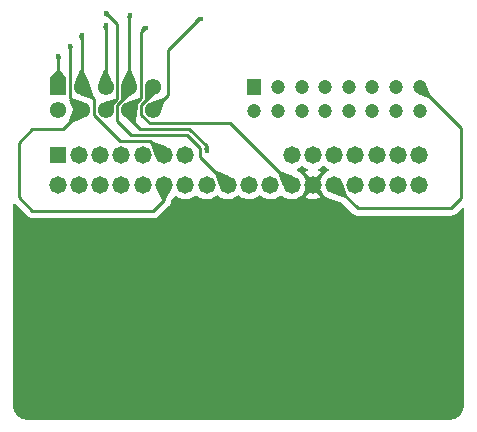
<source format=gtl>
G04 #@! TF.GenerationSoftware,KiCad,Pcbnew,9.0.0*
G04 #@! TF.CreationDate,2025-08-24T13:43:37+02:00*
G04 #@! TF.ProjectId,Rivian-A,52697669-616e-42d4-912e-6b696361645f,rev?*
G04 #@! TF.SameCoordinates,Original*
G04 #@! TF.FileFunction,Copper,L1,Top*
G04 #@! TF.FilePolarity,Positive*
%FSLAX46Y46*%
G04 Gerber Fmt 4.6, Leading zero omitted, Abs format (unit mm)*
G04 Created by KiCad (PCBNEW 9.0.0) date 2025-08-24 13:43:37*
%MOMM*%
%LPD*%
G01*
G04 APERTURE LIST*
G04 #@! TA.AperFunction,ComponentPad*
%ADD10C,1.200000*%
G04 #@! TD*
G04 #@! TA.AperFunction,ComponentPad*
%ADD11R,1.200000X1.350000*%
G04 #@! TD*
G04 #@! TA.AperFunction,ComponentPad*
%ADD12R,1.478000X1.478000*%
G04 #@! TD*
G04 #@! TA.AperFunction,ComponentPad*
%ADD13C,1.478000*%
G04 #@! TD*
G04 #@! TA.AperFunction,ComponentPad*
%ADD14C,1.381000*%
G04 #@! TD*
G04 #@! TA.AperFunction,ComponentPad*
%ADD15R,1.381000X1.381000*%
G04 #@! TD*
G04 #@! TA.AperFunction,ViaPad*
%ADD16C,0.600000*%
G04 #@! TD*
G04 #@! TA.AperFunction,ViaPad*
%ADD17C,0.450000*%
G04 #@! TD*
G04 #@! TA.AperFunction,Conductor*
%ADD18C,0.250000*%
G04 #@! TD*
G04 APERTURE END LIST*
D10*
X152550000Y-80000000D03*
X152550000Y-78000000D03*
X150550000Y-80000000D03*
X150550000Y-78000000D03*
X148550000Y-80000000D03*
X148550000Y-78000000D03*
X146550000Y-80000000D03*
X146550000Y-78000000D03*
X144550000Y-80000000D03*
X144550000Y-78000000D03*
X142550000Y-80000000D03*
X142550000Y-78000000D03*
X140550000Y-80000000D03*
X140550000Y-78000000D03*
X138550000Y-80000000D03*
D11*
X138550000Y-78000000D03*
D12*
X121900000Y-83750000D03*
D13*
X123700000Y-83750000D03*
X125500000Y-83750000D03*
X127300000Y-83750000D03*
X129100000Y-83750000D03*
X130900000Y-83750000D03*
X132700000Y-83750000D03*
X141700000Y-83750000D03*
X143500000Y-83750000D03*
X145300000Y-83750000D03*
X147100000Y-83750000D03*
X148900000Y-83750000D03*
X150700000Y-83750000D03*
X152500000Y-83750000D03*
X152500000Y-86250000D03*
X150700000Y-86250000D03*
X148900000Y-86250000D03*
X147100000Y-86250000D03*
X145300000Y-86250000D03*
X143500000Y-86250000D03*
X141700000Y-86250000D03*
X139900000Y-86250000D03*
X138100000Y-86250000D03*
X136300000Y-86250000D03*
X134500000Y-86250000D03*
X132700000Y-86250000D03*
X130900000Y-86250000D03*
X129100000Y-86250000D03*
X127300000Y-86250000D03*
X125500000Y-86250000D03*
X123700000Y-86250000D03*
X121900000Y-86250000D03*
D14*
X129950000Y-79950000D03*
X129950000Y-77950000D03*
X127950000Y-79950000D03*
X127950000Y-77950000D03*
X125950000Y-79950000D03*
X125950000Y-77950000D03*
X123950000Y-79950000D03*
X123950000Y-77950000D03*
X121950000Y-79950000D03*
D15*
X121950000Y-77950000D03*
D16*
X145400000Y-88450000D03*
X142600000Y-88450000D03*
D17*
X122950000Y-74500000D03*
X129350000Y-72961167D03*
X134500000Y-83400000D03*
X125950000Y-72750000D03*
X123950000Y-73550000D03*
X134000000Y-72200000D03*
X128000000Y-71900000D03*
X125950000Y-71700000D03*
X121950000Y-75350000D03*
D18*
X119750000Y-88450000D02*
X130000000Y-88450000D01*
X118600000Y-82700000D02*
X118600000Y-87300000D01*
X119750000Y-81550000D02*
X118600000Y-82700000D01*
X118600000Y-87300000D02*
X119750000Y-88450000D01*
X122350000Y-81550000D02*
X119750000Y-81550000D01*
X130000000Y-88450000D02*
X130900000Y-87550000D01*
X123950000Y-79950000D02*
X122350000Y-81550000D01*
X130900000Y-87550000D02*
X130900000Y-86250000D01*
X128983500Y-73366500D02*
X128983500Y-78916500D01*
X129350000Y-73000000D02*
X128983500Y-73366500D01*
X129350000Y-72961167D02*
X129350000Y-73000000D01*
X128983500Y-78916500D02*
X127950000Y-79950000D01*
X126916500Y-72666500D02*
X126916500Y-78983500D01*
X125950000Y-71700000D02*
X126916500Y-72666500D01*
X126916500Y-78983500D02*
X125950000Y-79950000D01*
X122950000Y-74500000D02*
X122950000Y-78950000D01*
X122950000Y-78950000D02*
X123950000Y-79950000D01*
X128850000Y-81550000D02*
X133050000Y-81550000D01*
X133050000Y-81550000D02*
X134500000Y-83000000D01*
X134500000Y-83000000D02*
X134500000Y-83400000D01*
X127950000Y-80650000D02*
X128850000Y-81550000D01*
X127950000Y-79950000D02*
X127950000Y-80650000D01*
X125950000Y-72750000D02*
X125950000Y-77950000D01*
X124983500Y-80350338D02*
X127183162Y-82550000D01*
X123950000Y-73550000D02*
X123950000Y-77950000D01*
X123950000Y-77950000D02*
X123950000Y-78583162D01*
X129700000Y-82550000D02*
X130900000Y-83750000D01*
X123950000Y-77950000D02*
X124983500Y-78983500D01*
X124983500Y-78983500D02*
X124983500Y-80350338D01*
X127183162Y-82550000D02*
X129700000Y-82550000D01*
X133850000Y-72200000D02*
X131200000Y-74850000D01*
X134000000Y-72200000D02*
X133850000Y-72200000D01*
X131200000Y-74850000D02*
X131200000Y-78700000D01*
X131200000Y-78700000D02*
X129950000Y-79950000D01*
X133970000Y-83180466D02*
X133970000Y-83920000D01*
X127950000Y-71950000D02*
X127950000Y-77950000D01*
X126916500Y-80866500D02*
X128100000Y-82050000D01*
X128000000Y-71900000D02*
X127950000Y-71950000D01*
X132850000Y-82050000D02*
X132850000Y-82060466D01*
X132850000Y-82060466D02*
X133970000Y-83180466D01*
X127950000Y-78517100D02*
X126916500Y-79550600D01*
X133970000Y-83920000D02*
X136300000Y-86250000D01*
X126916500Y-79550600D02*
X126916500Y-80866500D01*
X128100000Y-82050000D02*
X132850000Y-82050000D01*
X127950000Y-77950000D02*
X127950000Y-78517100D01*
X147300000Y-88250000D02*
X145300000Y-86250000D01*
X152550000Y-78000000D02*
X156050000Y-81500000D01*
X156050000Y-87400000D02*
X155200000Y-88250000D01*
X155200000Y-88250000D02*
X147300000Y-88250000D01*
X156050000Y-81500000D02*
X156050000Y-87400000D01*
X128983500Y-80350338D02*
X129683162Y-81050000D01*
X128983500Y-79483600D02*
X128983500Y-80350338D01*
X129950000Y-77950000D02*
X129950000Y-78517100D01*
X129950000Y-78517100D02*
X128983500Y-79483600D01*
X129683162Y-81050000D02*
X136500000Y-81050000D01*
X136500000Y-81050000D02*
X141700000Y-86250000D01*
X121950000Y-75350000D02*
X121950000Y-77950000D01*
G04 #@! TA.AperFunction,Conductor*
G36*
X143057370Y-86433343D02*
G01*
X143119905Y-86541657D01*
X143208343Y-86630095D01*
X143316657Y-86692630D01*
X143391002Y-86712550D01*
X142817749Y-87285802D01*
X142817749Y-87285803D01*
X142850626Y-87309689D01*
X143024388Y-87398226D01*
X143024391Y-87398227D01*
X143209865Y-87458490D01*
X143402490Y-87489000D01*
X143597510Y-87489000D01*
X143790134Y-87458490D01*
X143975608Y-87398227D01*
X143975611Y-87398226D01*
X144149369Y-87309691D01*
X144149382Y-87309683D01*
X144182249Y-87285804D01*
X144182250Y-87285803D01*
X143608997Y-86712550D01*
X143683343Y-86692630D01*
X143791657Y-86630095D01*
X143880095Y-86541657D01*
X143942630Y-86433343D01*
X143962550Y-86358996D01*
X144052596Y-86449042D01*
X144086081Y-86510365D01*
X144087388Y-86517322D01*
X144091019Y-86540248D01*
X144111589Y-86603554D01*
X144151310Y-86725803D01*
X144239884Y-86899640D01*
X144354562Y-87057480D01*
X144492520Y-87195438D01*
X144650360Y-87310116D01*
X144824197Y-87398690D01*
X144824199Y-87398690D01*
X144824202Y-87398692D01*
X144867682Y-87412819D01*
X144992028Y-87453221D01*
X144996199Y-87454660D01*
X145953633Y-87804555D01*
X145998750Y-87833340D01*
X146814139Y-88648729D01*
X146814142Y-88648733D01*
X146901267Y-88735858D01*
X146952490Y-88770084D01*
X147003714Y-88804312D01*
X147003715Y-88804312D01*
X147003716Y-88804313D01*
X147077390Y-88834829D01*
X147077394Y-88834830D01*
X147084207Y-88837652D01*
X147117548Y-88851463D01*
X147177971Y-88863481D01*
X147238393Y-88875500D01*
X155261607Y-88875500D01*
X155322029Y-88863481D01*
X155382452Y-88851463D01*
X155415792Y-88837652D01*
X155496286Y-88804312D01*
X155547509Y-88770084D01*
X155598733Y-88735858D01*
X155685858Y-88648733D01*
X155685858Y-88648731D01*
X155696066Y-88638524D01*
X155696067Y-88638521D01*
X156087820Y-88246769D01*
X156149142Y-88213285D01*
X156218834Y-88218269D01*
X156274767Y-88260141D01*
X156299184Y-88325605D01*
X156299500Y-88334451D01*
X156299500Y-104895124D01*
X156299118Y-104904853D01*
X156284266Y-105093559D01*
X156281222Y-105112777D01*
X156238176Y-105292078D01*
X156232163Y-105310584D01*
X156161596Y-105480946D01*
X156152762Y-105498283D01*
X156056417Y-105655504D01*
X156044980Y-105671246D01*
X155925222Y-105811464D01*
X155911464Y-105825222D01*
X155771246Y-105944980D01*
X155755504Y-105956417D01*
X155598283Y-106052762D01*
X155580946Y-106061596D01*
X155410584Y-106132163D01*
X155392078Y-106138176D01*
X155212777Y-106181222D01*
X155193559Y-106184266D01*
X155004854Y-106199118D01*
X154995125Y-106199500D01*
X119404875Y-106199500D01*
X119395146Y-106199118D01*
X119206440Y-106184266D01*
X119187222Y-106181222D01*
X119007921Y-106138176D01*
X118989415Y-106132163D01*
X118819053Y-106061596D01*
X118801716Y-106052762D01*
X118644495Y-105956417D01*
X118628753Y-105944980D01*
X118488535Y-105825222D01*
X118474777Y-105811464D01*
X118355019Y-105671246D01*
X118343582Y-105655504D01*
X118247237Y-105498283D01*
X118238403Y-105480946D01*
X118224272Y-105446833D01*
X118167833Y-105310577D01*
X118161825Y-105292085D01*
X118118776Y-105112772D01*
X118115733Y-105093559D01*
X118100882Y-104904853D01*
X118100500Y-104895124D01*
X118100500Y-87984452D01*
X118120185Y-87917413D01*
X118172989Y-87871658D01*
X118242147Y-87861714D01*
X118305703Y-87890739D01*
X118312181Y-87896771D01*
X119351263Y-88935855D01*
X119351267Y-88935858D01*
X119453710Y-89004309D01*
X119453711Y-89004309D01*
X119453715Y-89004312D01*
X119520397Y-89031932D01*
X119567548Y-89051463D01*
X119587597Y-89055451D01*
X119652624Y-89068385D01*
X119688392Y-89075501D01*
X119688394Y-89075501D01*
X119817721Y-89075501D01*
X119817741Y-89075500D01*
X130061607Y-89075500D01*
X130122029Y-89063481D01*
X130182452Y-89051463D01*
X130215792Y-89037652D01*
X130296286Y-89004312D01*
X130347509Y-88970084D01*
X130398733Y-88935858D01*
X130485858Y-88848733D01*
X130485859Y-88848731D01*
X130492925Y-88841665D01*
X130492928Y-88841661D01*
X131217871Y-88116718D01*
X131226435Y-88109492D01*
X131231718Y-88102871D01*
X131298729Y-88035860D01*
X131298733Y-88035858D01*
X131385858Y-87948733D01*
X131454311Y-87846286D01*
X131501463Y-87732452D01*
X131512754Y-87675685D01*
X131527427Y-87637116D01*
X131749099Y-87259434D01*
X131800008Y-87211585D01*
X131868708Y-87198853D01*
X131928920Y-87221884D01*
X132050360Y-87310116D01*
X132132491Y-87351963D01*
X132224192Y-87398688D01*
X132224194Y-87398688D01*
X132224197Y-87398690D01*
X132287619Y-87419297D01*
X132409749Y-87458980D01*
X132602444Y-87489500D01*
X132602449Y-87489500D01*
X132797556Y-87489500D01*
X132990250Y-87458980D01*
X133054850Y-87437990D01*
X133175803Y-87398690D01*
X133349640Y-87310116D01*
X133507480Y-87195438D01*
X133512319Y-87190599D01*
X133573642Y-87157114D01*
X133643334Y-87162098D01*
X133687681Y-87190599D01*
X133692520Y-87195438D01*
X133850360Y-87310116D01*
X133932491Y-87351963D01*
X134024192Y-87398688D01*
X134024194Y-87398688D01*
X134024197Y-87398690D01*
X134087619Y-87419297D01*
X134209749Y-87458980D01*
X134402444Y-87489500D01*
X134402449Y-87489500D01*
X134597556Y-87489500D01*
X134790250Y-87458980D01*
X134854850Y-87437990D01*
X134975803Y-87398690D01*
X135149640Y-87310116D01*
X135307480Y-87195438D01*
X135312319Y-87190599D01*
X135373642Y-87157114D01*
X135443334Y-87162098D01*
X135487681Y-87190599D01*
X135492520Y-87195438D01*
X135650360Y-87310116D01*
X135732491Y-87351963D01*
X135824192Y-87398688D01*
X135824194Y-87398688D01*
X135824197Y-87398690D01*
X135887619Y-87419297D01*
X136009749Y-87458980D01*
X136202444Y-87489500D01*
X136202449Y-87489500D01*
X136397556Y-87489500D01*
X136590250Y-87458980D01*
X136654850Y-87437990D01*
X136775803Y-87398690D01*
X136949640Y-87310116D01*
X137107480Y-87195438D01*
X137112319Y-87190599D01*
X137173642Y-87157114D01*
X137243334Y-87162098D01*
X137287681Y-87190599D01*
X137292520Y-87195438D01*
X137450360Y-87310116D01*
X137532491Y-87351963D01*
X137624192Y-87398688D01*
X137624194Y-87398688D01*
X137624197Y-87398690D01*
X137687619Y-87419297D01*
X137809749Y-87458980D01*
X138002444Y-87489500D01*
X138002449Y-87489500D01*
X138197556Y-87489500D01*
X138390250Y-87458980D01*
X138454850Y-87437990D01*
X138575803Y-87398690D01*
X138749640Y-87310116D01*
X138907480Y-87195438D01*
X138912319Y-87190599D01*
X138973642Y-87157114D01*
X139043334Y-87162098D01*
X139087681Y-87190599D01*
X139092520Y-87195438D01*
X139250360Y-87310116D01*
X139332491Y-87351963D01*
X139424192Y-87398688D01*
X139424194Y-87398688D01*
X139424197Y-87398690D01*
X139487619Y-87419297D01*
X139609749Y-87458980D01*
X139802444Y-87489500D01*
X139802449Y-87489500D01*
X139997556Y-87489500D01*
X140190250Y-87458980D01*
X140254850Y-87437990D01*
X140375803Y-87398690D01*
X140549640Y-87310116D01*
X140707480Y-87195438D01*
X140712319Y-87190599D01*
X140773642Y-87157114D01*
X140843334Y-87162098D01*
X140887681Y-87190599D01*
X140892520Y-87195438D01*
X141050360Y-87310116D01*
X141132491Y-87351963D01*
X141224192Y-87398688D01*
X141224194Y-87398688D01*
X141224197Y-87398690D01*
X141287619Y-87419297D01*
X141409749Y-87458980D01*
X141602444Y-87489500D01*
X141602449Y-87489500D01*
X141797556Y-87489500D01*
X141990250Y-87458980D01*
X142054850Y-87437990D01*
X142175803Y-87398690D01*
X142349640Y-87310116D01*
X142507480Y-87195438D01*
X142645438Y-87057480D01*
X142760116Y-86899640D01*
X142848690Y-86725803D01*
X142908980Y-86540250D01*
X142912611Y-86517325D01*
X142942540Y-86454190D01*
X142947403Y-86449041D01*
X143037448Y-86358995D01*
X143057370Y-86433343D01*
G37*
G04 #@! TD.AperFunction*
G04 #@! TA.AperFunction,Conductor*
G36*
X142643334Y-84662098D02*
G01*
X142687681Y-84690599D01*
X142692520Y-84695438D01*
X142741928Y-84731335D01*
X142850361Y-84810117D01*
X143006740Y-84889795D01*
X143057537Y-84937769D01*
X143074332Y-85005590D01*
X143051795Y-85071725D01*
X143006742Y-85110764D01*
X142850623Y-85190312D01*
X142817749Y-85214195D01*
X142817748Y-85214195D01*
X143391003Y-85787449D01*
X143316657Y-85807370D01*
X143208343Y-85869905D01*
X143119905Y-85958343D01*
X143057370Y-86066657D01*
X143037449Y-86141003D01*
X142947402Y-86050956D01*
X142913917Y-85989633D01*
X142912616Y-85982707D01*
X142908980Y-85959750D01*
X142848690Y-85774197D01*
X142848688Y-85774194D01*
X142848688Y-85774192D01*
X142760115Y-85600359D01*
X142645438Y-85442520D01*
X142507480Y-85304562D01*
X142349640Y-85189884D01*
X142193809Y-85110484D01*
X142143014Y-85062511D01*
X142126219Y-84994690D01*
X142148756Y-84928555D01*
X142193810Y-84889515D01*
X142349640Y-84810116D01*
X142507480Y-84695438D01*
X142512319Y-84690599D01*
X142573642Y-84657114D01*
X142643334Y-84662098D01*
G37*
G04 #@! TD.AperFunction*
G04 #@! TA.AperFunction,Conductor*
G36*
X144443334Y-84662098D02*
G01*
X144487681Y-84690599D01*
X144492520Y-84695438D01*
X144650360Y-84810116D01*
X144703600Y-84837243D01*
X144806189Y-84889515D01*
X144856985Y-84937490D01*
X144873780Y-85005311D01*
X144851243Y-85071446D01*
X144806189Y-85110485D01*
X144650359Y-85189884D01*
X144560305Y-85255312D01*
X144492520Y-85304562D01*
X144492518Y-85304564D01*
X144492517Y-85304564D01*
X144354564Y-85442517D01*
X144354564Y-85442518D01*
X144354562Y-85442520D01*
X144305312Y-85510305D01*
X144239884Y-85600359D01*
X144151311Y-85774194D01*
X144091019Y-85959751D01*
X144087388Y-85982677D01*
X144057456Y-86045811D01*
X144052597Y-86050956D01*
X143962550Y-86141002D01*
X143942630Y-86066657D01*
X143880095Y-85958343D01*
X143791657Y-85869905D01*
X143683343Y-85807370D01*
X143608997Y-85787449D01*
X144182249Y-85214195D01*
X144182249Y-85214194D01*
X144149378Y-85190313D01*
X143993258Y-85110765D01*
X143942462Y-85062790D01*
X143925667Y-84994969D01*
X143948205Y-84928834D01*
X143993256Y-84889796D01*
X144149640Y-84810116D01*
X144307480Y-84695438D01*
X144312319Y-84690599D01*
X144373642Y-84657114D01*
X144443334Y-84662098D01*
G37*
G04 #@! TD.AperFunction*
G04 #@! TA.AperFunction,Conductor*
G36*
X123924346Y-79944082D02*
G01*
X123943017Y-79947773D01*
X123950468Y-79952739D01*
X123952226Y-79956982D01*
X124082782Y-80617478D01*
X124081024Y-80626259D01*
X124075395Y-80630708D01*
X123078301Y-81002890D01*
X123069352Y-81002573D01*
X123065937Y-81000202D01*
X122899797Y-80834062D01*
X122896370Y-80825789D01*
X122897109Y-80821698D01*
X123219879Y-79956982D01*
X123269291Y-79824603D01*
X123275394Y-79818051D01*
X123282518Y-79817217D01*
X123924346Y-79944082D01*
G37*
G04 #@! TD.AperFunction*
G04 #@! TA.AperFunction,Conductor*
G36*
X130907211Y-86253651D02*
G01*
X131505299Y-86654430D01*
X131510264Y-86661883D01*
X131508876Y-86670072D01*
X130880226Y-87741159D01*
X130873083Y-87746560D01*
X130864214Y-87745327D01*
X130861863Y-87743510D01*
X130697314Y-87578961D01*
X130694907Y-87575467D01*
X130289797Y-86670072D01*
X130289576Y-86669579D01*
X130289326Y-86660629D01*
X130293752Y-86655078D01*
X130894198Y-86253644D01*
X130902978Y-86251895D01*
X130907211Y-86253651D01*
G37*
G04 #@! TD.AperFunction*
G04 #@! TA.AperFunction,Conductor*
G36*
X129172695Y-72842700D02*
G01*
X129173667Y-72843278D01*
X129348722Y-72959146D01*
X129352020Y-72962444D01*
X129468751Y-73138803D01*
X129470460Y-73147594D01*
X129465767Y-73154802D01*
X129150722Y-73378394D01*
X129141992Y-73380388D01*
X129135677Y-73377126D01*
X128972004Y-73213453D01*
X128968577Y-73205180D01*
X128969942Y-73199696D01*
X129156876Y-72847546D01*
X129163781Y-72841848D01*
X129172695Y-72842700D01*
G37*
G04 #@! TD.AperFunction*
G04 #@! TA.AperFunction,Conductor*
G36*
X128830647Y-78897426D02*
G01*
X128834062Y-78899797D01*
X128997601Y-79063336D01*
X129001028Y-79071609D01*
X128997601Y-79079882D01*
X128827442Y-79250043D01*
X128749942Y-79327543D01*
X128708000Y-79428797D01*
X128708000Y-79866216D01*
X128707261Y-79870308D01*
X128630708Y-80075396D01*
X128624605Y-80081948D01*
X128617478Y-80082782D01*
X127956982Y-79952226D01*
X127949531Y-79947260D01*
X127947773Y-79943017D01*
X127932592Y-79866216D01*
X127817217Y-79282518D01*
X127818975Y-79273740D01*
X127824603Y-79269291D01*
X128821698Y-78897109D01*
X128830647Y-78897426D01*
G37*
G04 #@! TD.AperFunction*
G04 #@! TA.AperFunction,Conductor*
G36*
X126143209Y-71584970D02*
G01*
X126143418Y-71585296D01*
X126333017Y-71893418D01*
X126348686Y-71918881D01*
X126350103Y-71927723D01*
X126346994Y-71933286D01*
X126183286Y-72096994D01*
X126175013Y-72100421D01*
X126168881Y-72098686D01*
X125900086Y-71933286D01*
X125835296Y-71893418D01*
X125830046Y-71886163D01*
X125831463Y-71877321D01*
X125831644Y-71877037D01*
X125947981Y-71701274D01*
X125951274Y-71697981D01*
X126126996Y-71581671D01*
X126135786Y-71579963D01*
X126143209Y-71584970D01*
G37*
G04 #@! TD.AperFunction*
G04 #@! TA.AperFunction,Conductor*
G36*
X127032876Y-78986031D02*
G01*
X127036303Y-78994304D01*
X127035555Y-78998421D01*
X127010239Y-79065767D01*
X127007560Y-79069923D01*
X126760442Y-79317043D01*
X126682942Y-79394543D01*
X126641000Y-79495797D01*
X126641000Y-80045954D01*
X126640252Y-80050071D01*
X126630720Y-80075428D01*
X126624601Y-80081966D01*
X126617502Y-80082789D01*
X126430935Y-80045954D01*
X125957684Y-79952517D01*
X125950231Y-79947553D01*
X125948474Y-79943318D01*
X125817366Y-79283222D01*
X125819116Y-79274442D01*
X125825506Y-79269731D01*
X126789868Y-78983088D01*
X126793202Y-78982604D01*
X127024603Y-78982604D01*
X127032876Y-78986031D01*
G37*
G04 #@! TD.AperFunction*
G04 #@! TA.AperFunction,Conductor*
G36*
X123158826Y-74541484D02*
G01*
X123166249Y-74546490D01*
X123167958Y-74555280D01*
X123167875Y-74555658D01*
X123077141Y-74936687D01*
X123071891Y-74943942D01*
X123065759Y-74945677D01*
X122834241Y-74945677D01*
X122825968Y-74942250D01*
X122822859Y-74936687D01*
X122732124Y-74555658D01*
X122733541Y-74546816D01*
X122740796Y-74541566D01*
X122741111Y-74541496D01*
X122947670Y-74499474D01*
X122952330Y-74499474D01*
X123158826Y-74541484D01*
G37*
G04 #@! TD.AperFunction*
G04 #@! TA.AperFunction,Conductor*
G36*
X123078301Y-78897109D02*
G01*
X124075395Y-79269291D01*
X124081948Y-79275394D01*
X124082782Y-79282521D01*
X123952226Y-79943017D01*
X123947260Y-79950468D01*
X123943017Y-79952226D01*
X123282521Y-80082782D01*
X123273740Y-80081024D01*
X123269291Y-80075395D01*
X122897109Y-79078301D01*
X122897426Y-79069352D01*
X122899794Y-79065940D01*
X123065938Y-78899796D01*
X123074210Y-78896370D01*
X123078301Y-78897109D01*
G37*
G04 #@! TD.AperFunction*
G04 #@! TA.AperFunction,Conductor*
G36*
X134559406Y-82892542D02*
G01*
X134562193Y-82896997D01*
X134716317Y-83343475D01*
X134715777Y-83352414D01*
X134709075Y-83358353D01*
X134707582Y-83358760D01*
X134503024Y-83400236D01*
X134498388Y-83400239D01*
X134292296Y-83358718D01*
X134284863Y-83353724D01*
X134283137Y-83344937D01*
X134283504Y-83343559D01*
X134378441Y-83058706D01*
X134381265Y-83054137D01*
X134542861Y-82892541D01*
X134551133Y-82889115D01*
X134559406Y-82892542D01*
G37*
G04 #@! TD.AperFunction*
G04 #@! TA.AperFunction,Conductor*
G36*
X128616587Y-80082583D02*
G01*
X128624027Y-80087564D01*
X128625907Y-80095484D01*
X128511037Y-81029772D01*
X128507697Y-81036617D01*
X128341593Y-81202721D01*
X128333320Y-81206148D01*
X128325521Y-81203168D01*
X127573938Y-80530891D01*
X127570057Y-80522824D01*
X127572001Y-80515689D01*
X127944950Y-79955812D01*
X127952386Y-79950828D01*
X127956972Y-79950827D01*
X128616587Y-80082583D01*
G37*
G04 #@! TD.AperFunction*
G04 #@! TA.AperFunction,Conductor*
G36*
X126075752Y-76585695D02*
G01*
X126078123Y-76589110D01*
X126520002Y-77557334D01*
X126520319Y-77566283D01*
X126515870Y-77571912D01*
X125956512Y-77946637D01*
X125947731Y-77948395D01*
X125943488Y-77946637D01*
X125384129Y-77571912D01*
X125379163Y-77564461D01*
X125379996Y-77557336D01*
X125821877Y-76589109D01*
X125828430Y-76583007D01*
X125832521Y-76582268D01*
X126067479Y-76582268D01*
X126075752Y-76585695D01*
G37*
G04 #@! TD.AperFunction*
G04 #@! TA.AperFunction,Conductor*
G36*
X126158826Y-72791484D02*
G01*
X126166249Y-72796490D01*
X126167958Y-72805280D01*
X126167875Y-72805658D01*
X126077141Y-73186687D01*
X126071891Y-73193942D01*
X126065759Y-73195677D01*
X125834241Y-73195677D01*
X125825968Y-73192250D01*
X125822859Y-73186687D01*
X125732124Y-72805658D01*
X125733541Y-72796816D01*
X125740796Y-72791566D01*
X125741111Y-72791496D01*
X125947670Y-72749474D01*
X125952330Y-72749474D01*
X126158826Y-72791484D01*
G37*
G04 #@! TD.AperFunction*
G04 #@! TA.AperFunction,Conductor*
G36*
X124075752Y-76585695D02*
G01*
X124078123Y-76589110D01*
X124520002Y-77557334D01*
X124520319Y-77566283D01*
X124515870Y-77571912D01*
X123956512Y-77946637D01*
X123947731Y-77948395D01*
X123943488Y-77946637D01*
X123384129Y-77571912D01*
X123379163Y-77564461D01*
X123379996Y-77557336D01*
X123821877Y-76589109D01*
X123828430Y-76583007D01*
X123832521Y-76582268D01*
X124067479Y-76582268D01*
X124075752Y-76585695D01*
G37*
G04 #@! TD.AperFunction*
G04 #@! TA.AperFunction,Conductor*
G36*
X124158826Y-73591484D02*
G01*
X124166249Y-73596490D01*
X124167958Y-73605280D01*
X124167875Y-73605658D01*
X124077141Y-73986687D01*
X124071891Y-73993942D01*
X124065759Y-73995677D01*
X123834241Y-73995677D01*
X123825968Y-73992250D01*
X123822859Y-73986687D01*
X123732124Y-73605658D01*
X123733541Y-73596816D01*
X123740796Y-73591566D01*
X123741111Y-73591496D01*
X123947670Y-73549474D01*
X123952330Y-73549474D01*
X124158826Y-73591484D01*
G37*
G04 #@! TD.AperFunction*
G04 #@! TA.AperFunction,Conductor*
G36*
X129960336Y-82629111D02*
G01*
X131034767Y-83021763D01*
X131041361Y-83027821D01*
X131042229Y-83035022D01*
X130902227Y-83743019D01*
X130897260Y-83750470D01*
X130893019Y-83752227D01*
X130185022Y-83892229D01*
X130176241Y-83890472D01*
X130171763Y-83884767D01*
X129779111Y-82810336D01*
X129779490Y-82801389D01*
X129781824Y-82798050D01*
X129948048Y-82631826D01*
X129956320Y-82628400D01*
X129960336Y-82629111D01*
G37*
G04 #@! TD.AperFunction*
G04 #@! TA.AperFunction,Conductor*
G36*
X124626259Y-77818975D02*
G01*
X124630708Y-77824604D01*
X125002890Y-78821698D01*
X125002573Y-78830647D01*
X125000202Y-78834062D01*
X124834062Y-79000202D01*
X124825789Y-79003629D01*
X124821698Y-79002890D01*
X123824604Y-78630708D01*
X123818051Y-78624605D01*
X123817217Y-78617481D01*
X123947773Y-77956981D01*
X123952739Y-77949531D01*
X123956981Y-77947773D01*
X124617480Y-77817217D01*
X124626259Y-77818975D01*
G37*
G04 #@! TD.AperFunction*
G04 #@! TA.AperFunction,Conductor*
G36*
X133881510Y-72022877D02*
G01*
X133882754Y-72024420D01*
X133999378Y-72197322D01*
X134001162Y-72201625D01*
X134041815Y-72410019D01*
X134040035Y-72418795D01*
X134033420Y-72423544D01*
X133723012Y-72508525D01*
X133714128Y-72507404D01*
X133711650Y-72505513D01*
X133548140Y-72342003D01*
X133544713Y-72333730D01*
X133548140Y-72325457D01*
X133548287Y-72325313D01*
X133864970Y-72022505D01*
X133873316Y-72019266D01*
X133881510Y-72022877D01*
G37*
G04 #@! TD.AperFunction*
G04 #@! TA.AperFunction,Conductor*
G36*
X130830647Y-78897426D02*
G01*
X130834062Y-78899797D01*
X131000202Y-79065937D01*
X131003629Y-79074210D01*
X131002890Y-79078301D01*
X130630708Y-80075395D01*
X130624605Y-80081948D01*
X130617478Y-80082782D01*
X129956982Y-79952226D01*
X129949531Y-79947260D01*
X129947773Y-79943017D01*
X129944082Y-79924346D01*
X129817217Y-79282518D01*
X129818975Y-79273740D01*
X129824603Y-79269291D01*
X130821698Y-78897109D01*
X130830647Y-78897426D01*
G37*
G04 #@! TD.AperFunction*
G04 #@! TA.AperFunction,Conductor*
G36*
X128075752Y-76585695D02*
G01*
X128078123Y-76589110D01*
X128520002Y-77557334D01*
X128520319Y-77566283D01*
X128515870Y-77571912D01*
X127956512Y-77946637D01*
X127947731Y-77948395D01*
X127943488Y-77946637D01*
X127384129Y-77571912D01*
X127379163Y-77564461D01*
X127379996Y-77557336D01*
X127821877Y-76589109D01*
X127828430Y-76583007D01*
X127832521Y-76582268D01*
X128067479Y-76582268D01*
X128075752Y-76585695D01*
G37*
G04 #@! TD.AperFunction*
G04 #@! TA.AperFunction,Conductor*
G36*
X128207361Y-71941186D02*
G01*
X128214784Y-71946192D01*
X128216493Y-71954982D01*
X128216019Y-71956660D01*
X128077806Y-72335458D01*
X128071751Y-72342056D01*
X128066815Y-72343148D01*
X127835438Y-72343148D01*
X127827165Y-72339721D01*
X127823814Y-72332778D01*
X127780542Y-71954551D01*
X127783006Y-71945942D01*
X127789832Y-71941756D01*
X127997670Y-71899474D01*
X128002330Y-71899474D01*
X128207361Y-71941186D01*
G37*
G04 #@! TD.AperFunction*
G04 #@! TA.AperFunction,Conductor*
G36*
X127286624Y-77818028D02*
G01*
X127945938Y-77948350D01*
X127953385Y-77953313D01*
X128327529Y-78514984D01*
X128329264Y-78523769D01*
X128324875Y-78530782D01*
X127448131Y-79197691D01*
X127439472Y-79199972D01*
X127432775Y-79196652D01*
X127266688Y-79030565D01*
X127263261Y-79022292D01*
X127263261Y-79022275D01*
X127272656Y-77829413D01*
X127276148Y-77821169D01*
X127284448Y-77817807D01*
X127286624Y-77818028D01*
G37*
G04 #@! TD.AperFunction*
G04 #@! TA.AperFunction,Conductor*
G36*
X135360336Y-85129111D02*
G01*
X136434767Y-85521763D01*
X136441361Y-85527821D01*
X136442229Y-85535022D01*
X136302227Y-86243019D01*
X136297260Y-86250470D01*
X136293019Y-86252227D01*
X135585022Y-86392229D01*
X135576241Y-86390472D01*
X135571763Y-86384767D01*
X135179111Y-85310336D01*
X135179490Y-85301389D01*
X135181824Y-85298050D01*
X135348048Y-85131826D01*
X135356320Y-85128400D01*
X135360336Y-85129111D01*
G37*
G04 #@! TD.AperFunction*
G04 #@! TA.AperFunction,Conductor*
G36*
X146023758Y-86109527D02*
G01*
X146028236Y-86115232D01*
X146420888Y-87189663D01*
X146420509Y-87198610D01*
X146418172Y-87201952D01*
X146251952Y-87368172D01*
X146243679Y-87371599D01*
X146239663Y-87370888D01*
X145165232Y-86978236D01*
X145158638Y-86972178D01*
X145157770Y-86964977D01*
X145297773Y-86256977D01*
X145302739Y-86249529D01*
X145306975Y-86247773D01*
X146014978Y-86107770D01*
X146023758Y-86109527D01*
G37*
G04 #@! TD.AperFunction*
G04 #@! TA.AperFunction,Conductor*
G36*
X153137656Y-77886599D02*
G01*
X153142036Y-77892051D01*
X153330604Y-78373616D01*
X153475973Y-78744860D01*
X153475798Y-78753813D01*
X153473351Y-78757399D01*
X153307399Y-78923351D01*
X153299126Y-78926778D01*
X153294860Y-78925973D01*
X152855197Y-78753813D01*
X152442051Y-78592036D01*
X152435598Y-78585829D01*
X152434840Y-78578878D01*
X152547774Y-78006984D01*
X152552738Y-77999533D01*
X152556985Y-77997774D01*
X153128877Y-77884840D01*
X153137656Y-77886599D01*
G37*
G04 #@! TD.AperFunction*
G04 #@! TA.AperFunction,Conductor*
G36*
X129286624Y-77818028D02*
G01*
X129945938Y-77948350D01*
X129953385Y-77953313D01*
X130327529Y-78514984D01*
X130329264Y-78523769D01*
X130324875Y-78530782D01*
X129448131Y-79197691D01*
X129439472Y-79199972D01*
X129432775Y-79196652D01*
X129266688Y-79030565D01*
X129263261Y-79022292D01*
X129263261Y-79022275D01*
X129272656Y-77829413D01*
X129276148Y-77821169D01*
X129284448Y-77817807D01*
X129286624Y-77818028D01*
G37*
G04 #@! TD.AperFunction*
G04 #@! TA.AperFunction,Conductor*
G36*
X140760336Y-85129111D02*
G01*
X141834767Y-85521763D01*
X141841361Y-85527821D01*
X141842229Y-85535022D01*
X141702227Y-86243019D01*
X141697260Y-86250470D01*
X141693019Y-86252227D01*
X140985022Y-86392229D01*
X140976241Y-86390472D01*
X140971763Y-86384767D01*
X140579111Y-85310336D01*
X140579490Y-85301389D01*
X140581824Y-85298050D01*
X140748048Y-85131826D01*
X140756320Y-85128400D01*
X140760336Y-85129111D01*
G37*
G04 #@! TD.AperFunction*
G04 #@! TA.AperFunction,Conductor*
G36*
X122077732Y-76572427D02*
G01*
X122078511Y-76573287D01*
X122633793Y-77251310D01*
X122636383Y-77259882D01*
X122633020Y-77266990D01*
X121958279Y-77942709D01*
X121950008Y-77946142D01*
X121941733Y-77942721D01*
X121941721Y-77942709D01*
X121266979Y-77266990D01*
X121263558Y-77258715D01*
X121266204Y-77251312D01*
X121821489Y-76573286D01*
X121829382Y-76569058D01*
X121830541Y-76569000D01*
X122069459Y-76569000D01*
X122077732Y-76572427D01*
G37*
G04 #@! TD.AperFunction*
G04 #@! TA.AperFunction,Conductor*
G36*
X122158826Y-75391484D02*
G01*
X122166249Y-75396490D01*
X122167958Y-75405280D01*
X122167875Y-75405658D01*
X122077141Y-75786687D01*
X122071891Y-75793942D01*
X122065759Y-75795677D01*
X121834241Y-75795677D01*
X121825968Y-75792250D01*
X121822859Y-75786687D01*
X121732124Y-75405658D01*
X121733541Y-75396816D01*
X121740796Y-75391566D01*
X121741111Y-75391496D01*
X121947670Y-75349474D01*
X121952330Y-75349474D01*
X122158826Y-75391484D01*
G37*
G04 #@! TD.AperFunction*
M02*

</source>
